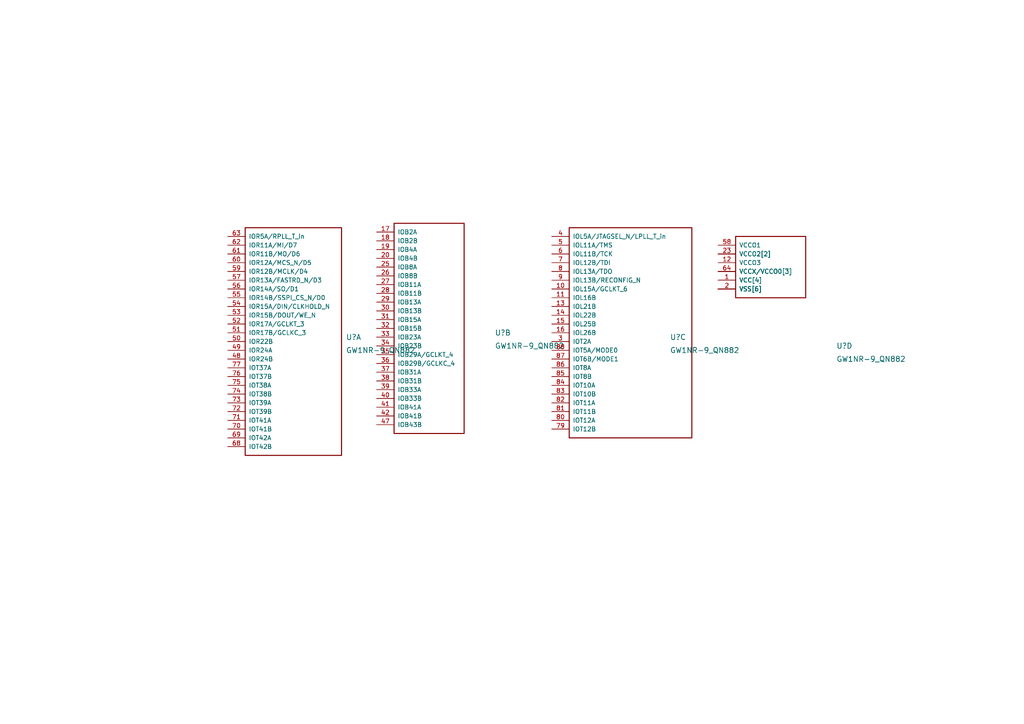
<source format=kicad_sch>
(kicad_sch (version 20211123) (generator eeschema)
  (paper "A4")
  (lib_symbols
    (symbol "gowin_fpga:GW1NR-9_QN882" (pin_names (offset 1.016))
      (property "Reference" "U" (at 5.08 6.35 0))
      (property "Value" "GW1NR-9_QN882" (at 5.08 3.81 0))
      (symbol "GW1NR-9_QN882_1_1"
        (rectangle (start 5.08 2.54) (end 33.02 -63.5) (stroke (width 0.3048)))
        (pin bidirectional line (at 0 -35.56 0) (length 5.08) (name "IOR24B") (number "48"))
        (pin bidirectional line (at 0 -33.02 0) (length 5.08) (name "IOR24A") (number "49"))
        (pin bidirectional line (at 0 -30.48 0) (length 5.08) (name "IOR22B") (number "50"))
        (pin bidirectional line (at 0 -27.94 0) (length 5.08) (name "IOR17B/GCLKC_3") (number "51"))
        (pin bidirectional line (at 0 -25.4 0) (length 5.08) (name "IOR17A/GCLKT_3") (number "52"))
        (pin bidirectional line (at 0 -22.86 0) (length 5.08) (name "IOR15B/DOUT/WE_N") (number "53"))
        (pin bidirectional line (at 0 -20.32 0) (length 5.08) (name "IOR15A/DIN/CLKHOLD_N") (number "54"))
        (pin bidirectional line (at 0 -17.78 0) (length 5.08) (name "IOR14B/SSPI_CS_N/D0") (number "55"))
        (pin bidirectional line (at 0 -15.24 0) (length 5.08) (name "IOR14A/SO/D1") (number "56"))
        (pin bidirectional line (at 0 -12.7 0) (length 5.08) (name "IOR13A/FASTRD_N/D3") (number "57"))
        (pin bidirectional line (at 0 -10.16 0) (length 5.08) (name "IOR12B/MCLK/D4") (number "59"))
        (pin bidirectional line (at 0 -7.62 0) (length 5.08) (name "IOR12A/MCS_N/D5") (number "60"))
        (pin bidirectional line (at 0 -5.08 0) (length 5.08) (name "IOR11B/MO/D6") (number "61"))
        (pin bidirectional line (at 0 -2.54 0) (length 5.08) (name "IOR11A/MI/D7") (number "62"))
        (pin bidirectional line (at 0 0 0) (length 5.08) (name "IOR5A/RPLL_T_in") (number "63"))
        (pin bidirectional line (at 0 -60.96 0) (length 5.08) (name "IOT42B") (number "68"))
        (pin bidirectional line (at 0 -58.42 0) (length 5.08) (name "IOT42A") (number "69"))
        (pin bidirectional line (at 0 -55.88 0) (length 5.08) (name "IOT41B") (number "70"))
        (pin bidirectional line (at 0 -53.34 0) (length 5.08) (name "IOT41A") (number "71"))
        (pin bidirectional line (at 0 -50.8 0) (length 5.08) (name "IOT39B") (number "72"))
        (pin bidirectional line (at 0 -48.26 0) (length 5.08) (name "IOT39A") (number "73"))
        (pin bidirectional line (at 0 -45.72 0) (length 5.08) (name "IOT38B") (number "74"))
        (pin bidirectional line (at 0 -43.18 0) (length 5.08) (name "IOT38A") (number "75"))
        (pin bidirectional line (at 0 -40.64 0) (length 5.08) (name "IOT37B") (number "76"))
        (pin bidirectional line (at 0 -38.1 0) (length 5.08) (name "IOT37A") (number "77"))
      )
      (symbol "GW1NR-9_QN882_2_1"
        (rectangle (start 5.08 2.54) (end 25.4 -58.42) (stroke (width 0.3048)))
        (pin bidirectional line (at 0 0 0) (length 5.08) (name "IOB2A") (number "17"))
        (pin bidirectional line (at 0 -2.54 0) (length 5.08) (name "IOB2B") (number "18"))
        (pin bidirectional line (at 0 -5.08 0) (length 5.08) (name "IOB4A") (number "19"))
        (pin bidirectional line (at 0 -7.62 0) (length 5.08) (name "IOB4B") (number "20"))
        (pin bidirectional line (at 0 -10.16 0) (length 5.08) (name "IOB8A") (number "25"))
        (pin bidirectional line (at 0 -12.7 0) (length 5.08) (name "IOB8B") (number "26"))
        (pin bidirectional line (at 0 -15.24 0) (length 5.08) (name "IOB11A") (number "27"))
        (pin bidirectional line (at 0 -17.78 0) (length 5.08) (name "IOB11B") (number "28"))
        (pin bidirectional line (at 0 -20.32 0) (length 5.08) (name "IOB13A") (number "29"))
        (pin bidirectional line (at 0 -22.86 0) (length 5.08) (name "IOB13B") (number "30"))
        (pin bidirectional line (at 0 -25.4 0) (length 5.08) (name "IOB15A") (number "31"))
        (pin bidirectional line (at 0 -27.94 0) (length 5.08) (name "IOB15B") (number "32"))
        (pin bidirectional line (at 0 -30.48 0) (length 5.08) (name "IOB23A") (number "33"))
        (pin bidirectional line (at 0 -33.02 0) (length 5.08) (name "IOB23B") (number "34"))
        (pin bidirectional line (at 0 -35.56 0) (length 5.08) (name "IOB29A/GCLKT_4") (number "35"))
        (pin bidirectional line (at 0 -38.1 0) (length 5.08) (name "IOB29B/GCLKC_4") (number "36"))
        (pin bidirectional line (at 0 -40.64 0) (length 5.08) (name "IOB31A") (number "37"))
        (pin bidirectional line (at 0 -43.18 0) (length 5.08) (name "IOB31B") (number "38"))
        (pin bidirectional line (at 0 -45.72 0) (length 5.08) (name "IOB33A") (number "39"))
        (pin bidirectional line (at 0 -48.26 0) (length 5.08) (name "IOB33B") (number "40"))
        (pin bidirectional line (at 0 -50.8 0) (length 5.08) (name "IOB41A") (number "41"))
        (pin bidirectional line (at 0 -53.34 0) (length 5.08) (name "IOB41B") (number "42"))
        (pin bidirectional line (at 0 -55.88 0) (length 5.08) (name "IOB43B") (number "47"))
      )
      (symbol "GW1NR-9_QN882_3_1"
        (rectangle (start 5.08 2.54) (end 40.64 -58.42) (stroke (width 0.3048)))
        (pin bidirectional line (at 0 -15.24 0) (length 5.08) (name "IOL15A/GCLKT_6") (number "10"))
        (pin bidirectional line (at 0 -17.78 0) (length 5.08) (name "IOL16B") (number "11"))
        (pin bidirectional line (at 0 -20.32 0) (length 5.08) (name "IOL21B") (number "13"))
        (pin bidirectional line (at 0 -22.86 0) (length 5.08) (name "IOL22B") (number "14"))
        (pin bidirectional line (at 0 -25.4 0) (length 5.08) (name "IOL25B") (number "15"))
        (pin bidirectional line (at 0 -27.94 0) (length 5.08) (name "IOL26B") (number "16"))
        (pin bidirectional line (at 0 -30.48 0) (length 5.08) (name "IOT2A") (number "3"))
        (pin bidirectional line (at 0 0 0) (length 5.08) (name "IOL5A/JTAGSEL_N/LPLL_T_in") (number "4"))
        (pin bidirectional line (at 0 -2.54 0) (length 5.08) (name "IOL11A/TMS") (number "5"))
        (pin bidirectional line (at 0 -5.08 0) (length 5.08) (name "IOL11B/TCK") (number "6"))
        (pin bidirectional line (at 0 -7.62 0) (length 5.08) (name "IOL12B/TDI") (number "7"))
        (pin bidirectional line (at 0 -55.88 0) (length 5.08) (name "IOT12B") (number "79"))
        (pin bidirectional line (at 0 -10.16 0) (length 5.08) (name "IOL13A/TDO") (number "8"))
        (pin bidirectional line (at 0 -53.34 0) (length 5.08) (name "IOT12A") (number "80"))
        (pin bidirectional line (at 0 -50.8 0) (length 5.08) (name "IOT11B") (number "81"))
        (pin bidirectional line (at 0 -48.26 0) (length 5.08) (name "IOT11A") (number "82"))
        (pin bidirectional line (at 0 -45.72 0) (length 5.08) (name "IOT10B") (number "83"))
        (pin bidirectional line (at 0 -43.18 0) (length 5.08) (name "IOT10A") (number "84"))
        (pin bidirectional line (at 0 -40.64 0) (length 5.08) (name "IOT8B") (number "85"))
        (pin bidirectional line (at 0 -38.1 0) (length 5.08) (name "IOT8A") (number "86"))
        (pin bidirectional line (at 0 -35.56 0) (length 5.08) (name "IOT6B/MODE1") (number "87"))
        (pin bidirectional line (at 0 -33.02 0) (length 5.08) (name "IOT5A/MODE0") (number "88"))
        (pin bidirectional line (at 0 -12.7 0) (length 5.08) (name "IOL13B/RECONFIG_N") (number "9"))
      )
      (symbol "GW1NR-9_QN882_4_1"
        (rectangle (start 5.08 2.54) (end 25.4 -15.24) (stroke (width 0.3048)))
        (pin power_in line (at 0 -10.16 0) (length 5.08) (name "VCC[4]") (number "1"))
        (pin power_in line (at 0 -5.08 0) (length 5.08) (name "VCCO3") (number "12"))
        (pin power_in line (at 0 -12.7 0) (length 5.08) (name "VSS[6]") (number "2"))
        (pin power_in line (at 0 -12.7 0) (length 5.08) (name "VSS[6]") (number "21"))
        (pin power_in line (at 0 -10.16 0) (length 5.08) (name "VCC[4]") (number "22"))
        (pin power_in line (at 0 -2.54 0) (length 5.08) (name "VCCO2[2]") (number "23"))
        (pin power_in line (at 0 -12.7 0) (length 5.08) (name "VSS[6]") (number "24"))
        (pin power_in line (at 0 -12.7 0) (length 5.08) (name "VSS[6]") (number "43"))
        (pin power_in line (at 0 -2.54 0) (length 5.08) (name "VCCO2[2]") (number "44"))
        (pin power_in line (at 0 -10.16 0) (length 5.08) (name "VCC[4]") (number "45"))
        (pin power_in line (at 0 -12.7 0) (length 5.08) (name "VSS[6]") (number "46"))
        (pin power_in line (at 0 0 0) (length 5.08) (name "VCCO1") (number "58"))
        (pin power_in line (at 0 -7.62 0) (length 5.08) (name "VCCX/VCCO0[3]") (number "64"))
        (pin power_in line (at 0 -12.7 0) (length 5.08) (name "VSS[6]") (number "65"))
        (pin power_in line (at 0 -10.16 0) (length 5.08) (name "VCC[4]") (number "66"))
        (pin power_in line (at 0 -7.62 0) (length 5.08) (name "VCCX/VCCO0[3]") (number "67"))
        (pin power_in line (at 0 -7.62 0) (length 5.08) (name "VCCX/VCCO0[3]") (number "78"))
      )
    )
  )
  (symbol (lib_id "gowin_fpga:GW1NR-9_QN882") (at 109.22 67.31 0) (unit 2)
    (property "Reference" "U?" (at 143.51 96.52 0) (effects (font (size 1.524 1.524)) (justify left)))
    (property "Value" "GW1NR-9_QN882" (at 143.51 100.33 0) (effects (font (size 1.524 1.524)) (justify left)))
    (property "desc" "GW1NR-9_QN882" (effects hide))
  )
  (symbol (lib_id "gowin_fpga:GW1NR-9_QN882") (at 208.28 71.12 0) (unit 4)
    (property "Reference" "U?" (at 242.57 100.33 0) (effects (font (size 1.524 1.524)) (justify left)))
    (property "Value" "GW1NR-9_QN882" (at 242.57 104.14 0) (effects (font (size 1.524 1.524)) (justify left)))
    (property "desc" "GW1NR-9_QN882" (effects hide))
  )
  (symbol (lib_id "gowin_fpga:GW1NR-9_QN882") (at 66.04 68.58 0) (unit 1)
    (property "Reference" "U?" (at 100.33 97.79 0) (effects (font (size 1.524 1.524)) (justify left)))
    (property "Value" "GW1NR-9_QN882" (at 100.33 101.6 0) (effects (font (size 1.524 1.524)) (justify left)))
    (property "desc" "GW1NR-9_QN882" (effects hide))
  )
  (symbol (lib_id "gowin_fpga:GW1NR-9_QN882") (at 160.02 68.58 0) (unit 3)
    (property "Reference" "U?" (at 194.31 97.79 0) (effects (font (size 1.524 1.524)) (justify left)))
    (property "Value" "GW1NR-9_QN882" (at 194.31 101.6 0) (effects (font (size 1.524 1.524)) (justify left)))
    (property "desc" "GW1NR-9_QN882" (effects hide))
  )
)
</source>
